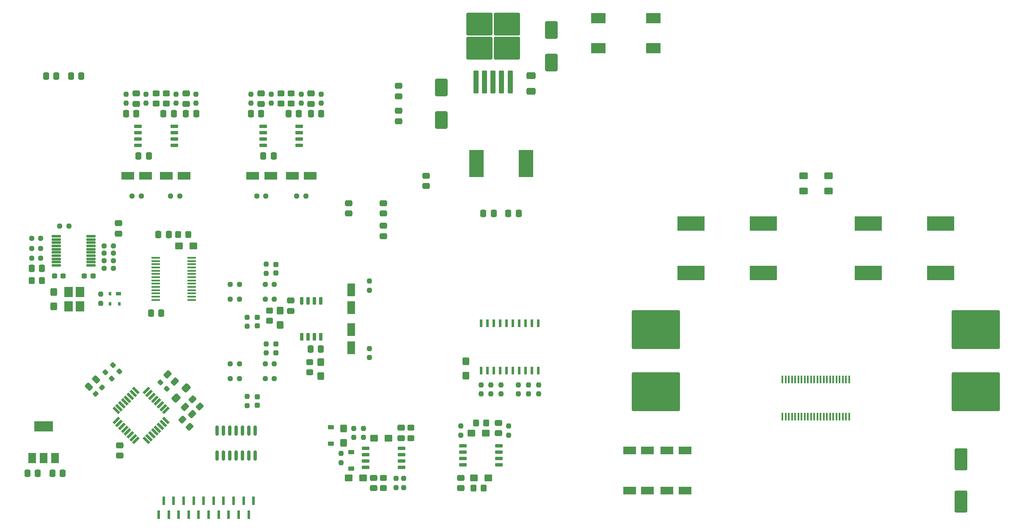
<source format=gbr>
%TF.GenerationSoftware,KiCad,Pcbnew,7.0.5-0*%
%TF.CreationDate,2024-02-04T17:51:19+01:00*%
%TF.ProjectId,AmplifierBoard,416d706c-6966-4696-9572-426f6172642e,rev?*%
%TF.SameCoordinates,Original*%
%TF.FileFunction,Paste,Top*%
%TF.FilePolarity,Positive*%
%FSLAX46Y46*%
G04 Gerber Fmt 4.6, Leading zero omitted, Abs format (unit mm)*
G04 Created by KiCad (PCBNEW 7.0.5-0) date 2024-02-04 17:51:19*
%MOMM*%
%LPD*%
G01*
G04 APERTURE LIST*
G04 Aperture macros list*
%AMRoundRect*
0 Rectangle with rounded corners*
0 $1 Rounding radius*
0 $2 $3 $4 $5 $6 $7 $8 $9 X,Y pos of 4 corners*
0 Add a 4 corners polygon primitive as box body*
4,1,4,$2,$3,$4,$5,$6,$7,$8,$9,$2,$3,0*
0 Add four circle primitives for the rounded corners*
1,1,$1+$1,$2,$3*
1,1,$1+$1,$4,$5*
1,1,$1+$1,$6,$7*
1,1,$1+$1,$8,$9*
0 Add four rect primitives between the rounded corners*
20,1,$1+$1,$2,$3,$4,$5,0*
20,1,$1+$1,$4,$5,$6,$7,0*
20,1,$1+$1,$6,$7,$8,$9,0*
20,1,$1+$1,$8,$9,$2,$3,0*%
%AMRotRect*
0 Rectangle, with rotation*
0 The origin of the aperture is its center*
0 $1 length*
0 $2 width*
0 $3 Rotation angle, in degrees counterclockwise*
0 Add horizontal line*
21,1,$1,$2,0,0,$3*%
G04 Aperture macros list end*
%ADD10RoundRect,0.250000X0.537500X0.425000X-0.537500X0.425000X-0.537500X-0.425000X0.537500X-0.425000X0*%
%ADD11RoundRect,0.250000X0.337500X0.475000X-0.337500X0.475000X-0.337500X-0.475000X0.337500X-0.475000X0*%
%ADD12RoundRect,0.237500X-0.250000X-0.237500X0.250000X-0.237500X0.250000X0.237500X-0.250000X0.237500X0*%
%ADD13R,1.500000X2.000000*%
%ADD14R,3.800000X2.000000*%
%ADD15RoundRect,0.250000X0.548008X0.088388X0.088388X0.548008X-0.548008X-0.088388X-0.088388X-0.548008X0*%
%ADD16RoundRect,0.250000X-0.337500X-0.475000X0.337500X-0.475000X0.337500X0.475000X-0.337500X0.475000X0*%
%ADD17RoundRect,0.250000X0.450000X-0.325000X0.450000X0.325000X-0.450000X0.325000X-0.450000X-0.325000X0*%
%ADD18RoundRect,0.150000X-0.150000X0.825000X-0.150000X-0.825000X0.150000X-0.825000X0.150000X0.825000X0*%
%ADD19RoundRect,0.250000X-0.574524X-0.097227X-0.097227X-0.574524X0.574524X0.097227X0.097227X0.574524X0*%
%ADD20RoundRect,0.150000X0.650000X0.150000X-0.650000X0.150000X-0.650000X-0.150000X0.650000X-0.150000X0*%
%ADD21RoundRect,0.250000X0.325000X0.450000X-0.325000X0.450000X-0.325000X-0.450000X0.325000X-0.450000X0*%
%ADD22RoundRect,0.225000X-0.375000X0.225000X-0.375000X-0.225000X0.375000X-0.225000X0.375000X0.225000X0*%
%ADD23RoundRect,0.250000X-0.475000X0.337500X-0.475000X-0.337500X0.475000X-0.337500X0.475000X0.337500X0*%
%ADD24RoundRect,0.237500X0.300000X0.237500X-0.300000X0.237500X-0.300000X-0.237500X0.300000X-0.237500X0*%
%ADD25RoundRect,0.237500X0.250000X0.237500X-0.250000X0.237500X-0.250000X-0.237500X0.250000X-0.237500X0*%
%ADD26RoundRect,0.237500X-0.237500X0.250000X-0.237500X-0.250000X0.237500X-0.250000X0.237500X0.250000X0*%
%ADD27R,5.400000X2.900000*%
%ADD28RoundRect,0.237500X-0.344715X0.008839X0.008839X-0.344715X0.344715X-0.008839X-0.008839X0.344715X0*%
%ADD29R,3.000000X2.000000*%
%ADD30RoundRect,0.250000X-0.325000X-0.450000X0.325000X-0.450000X0.325000X0.450000X-0.325000X0.450000X0*%
%ADD31RoundRect,0.250000X-1.050000X-0.550000X1.050000X-0.550000X1.050000X0.550000X-1.050000X0.550000X0*%
%ADD32RoundRect,0.250000X-0.450000X0.325000X-0.450000X-0.325000X0.450000X-0.325000X0.450000X0.325000X0*%
%ADD33RoundRect,0.250000X0.475000X-0.337500X0.475000X0.337500X-0.475000X0.337500X-0.475000X-0.337500X0*%
%ADD34RoundRect,0.237500X0.344715X-0.008839X-0.008839X0.344715X-0.344715X0.008839X0.008839X-0.344715X0*%
%ADD35RoundRect,0.237500X-0.237500X0.300000X-0.237500X-0.300000X0.237500X-0.300000X0.237500X0.300000X0*%
%ADD36R,1.000000X0.700000*%
%ADD37R,0.600000X0.700000*%
%ADD38RoundRect,0.250000X0.097227X-0.574524X0.574524X-0.097227X-0.097227X0.574524X-0.574524X0.097227X0*%
%ADD39RoundRect,0.225000X0.375000X-0.225000X0.375000X0.225000X-0.375000X0.225000X-0.375000X-0.225000X0*%
%ADD40R,1.750000X0.450000*%
%ADD41R,1.800000X2.100000*%
%ADD42RoundRect,0.125000X-0.825000X-0.125000X0.825000X-0.125000X0.825000X0.125000X-0.825000X0.125000X0*%
%ADD43RoundRect,0.250000X-0.425000X0.537500X-0.425000X-0.537500X0.425000X-0.537500X0.425000X0.537500X0*%
%ADD44RoundRect,0.237500X0.237500X-0.250000X0.237500X0.250000X-0.237500X0.250000X-0.237500X-0.250000X0*%
%ADD45RoundRect,0.250000X0.425000X-0.537500X0.425000X0.537500X-0.425000X0.537500X-0.425000X-0.537500X0*%
%ADD46RoundRect,0.250000X-0.625000X0.400000X-0.625000X-0.400000X0.625000X-0.400000X0.625000X0.400000X0*%
%ADD47RoundRect,0.250000X-0.079550X-0.680590X0.680590X0.079550X0.079550X0.680590X-0.680590X-0.079550X0*%
%ADD48RoundRect,0.250000X-0.548008X-0.088388X-0.088388X-0.548008X0.548008X0.088388X0.088388X0.548008X0*%
%ADD49RoundRect,0.237500X0.008839X0.344715X-0.344715X-0.008839X-0.008839X-0.344715X0.344715X0.008839X0*%
%ADD50RoundRect,0.250000X-0.537500X-0.425000X0.537500X-0.425000X0.537500X0.425000X-0.537500X0.425000X0*%
%ADD51R,0.600000X1.500000*%
%ADD52RoundRect,0.250000X0.550000X-1.050000X0.550000X1.050000X-0.550000X1.050000X-0.550000X-1.050000X0*%
%ADD53RoundRect,0.249998X-4.550002X3.650002X-4.550002X-3.650002X4.550002X-3.650002X4.550002X3.650002X0*%
%ADD54RoundRect,0.250000X-0.550000X1.050000X-0.550000X-1.050000X0.550000X-1.050000X0.550000X1.050000X0*%
%ADD55RoundRect,0.250000X0.300000X-2.050000X0.300000X2.050000X-0.300000X2.050000X-0.300000X-2.050000X0*%
%ADD56RoundRect,0.250000X2.375000X-2.025000X2.375000X2.025000X-2.375000X2.025000X-2.375000X-2.025000X0*%
%ADD57R,0.600000X1.800000*%
%ADD58RoundRect,0.150000X-0.150000X0.650000X-0.150000X-0.650000X0.150000X-0.650000X0.150000X0.650000X0*%
%ADD59RoundRect,0.250000X-1.000000X1.500000X-1.000000X-1.500000X1.000000X-1.500000X1.000000X1.500000X0*%
%ADD60RoundRect,0.250000X-1.000000X1.950000X-1.000000X-1.950000X1.000000X-1.950000X1.000000X1.950000X0*%
%ADD61R,2.900000X5.400000*%
%ADD62RotRect,1.600000X0.550000X45.000000*%
%ADD63RotRect,1.600000X0.550000X135.000000*%
%ADD64RoundRect,0.250000X-0.650000X0.412500X-0.650000X-0.412500X0.650000X-0.412500X0.650000X0.412500X0*%
%ADD65RoundRect,0.250000X1.000000X-1.500000X1.000000X1.500000X-1.000000X1.500000X-1.000000X-1.500000X0*%
%ADD66RoundRect,0.100000X0.100000X-0.687500X0.100000X0.687500X-0.100000X0.687500X-0.100000X-0.687500X0*%
G04 APERTURE END LIST*
D10*
%TO.C,C83*%
X122437500Y-145000000D03*
X119562500Y-145000000D03*
%TD*%
D11*
%TO.C,C56*%
X113937500Y-119200000D03*
X111862500Y-119200000D03*
%TD*%
D12*
%TO.C,R28*%
X56087500Y-99000000D03*
X57912500Y-99000000D03*
%TD*%
D13*
%TO.C,U10*%
X56162500Y-141000000D03*
X58462500Y-141000000D03*
D14*
X58462500Y-134700000D03*
D13*
X60762500Y-141000000D03*
%TD*%
D15*
%TO.C,L16*%
X89724784Y-130724784D03*
X88275216Y-129275216D03*
%TD*%
D16*
%TO.C,C66*%
X102462500Y-80500000D03*
X104537500Y-80500000D03*
%TD*%
D17*
%TO.C,L12*%
X126500000Y-147025000D03*
X126500000Y-144975000D03*
%TD*%
D18*
%TO.C,U17*%
X100810000Y-135525000D03*
X99540000Y-135525000D03*
X98270000Y-135525000D03*
X97000000Y-135525000D03*
X95730000Y-135525000D03*
X94460000Y-135525000D03*
X93190000Y-135525000D03*
X93190000Y-140475000D03*
X94460000Y-140475000D03*
X95730000Y-140475000D03*
X97000000Y-140475000D03*
X98270000Y-140475000D03*
X99540000Y-140475000D03*
X100810000Y-140475000D03*
%TD*%
D19*
%TO.C,C89*%
X86766377Y-130766377D03*
X88233623Y-132233623D03*
%TD*%
D12*
%TO.C,R26*%
X56087500Y-101000000D03*
X57912500Y-101000000D03*
%TD*%
D20*
%TO.C,U11*%
X109637500Y-78405000D03*
X109637500Y-77135000D03*
X109637500Y-75865000D03*
X109637500Y-74595000D03*
X102437500Y-74595000D03*
X102437500Y-75865000D03*
X102437500Y-77135000D03*
X102437500Y-78405000D03*
%TD*%
D21*
%TO.C,L14*%
X146525000Y-147000000D03*
X144475000Y-147000000D03*
%TD*%
D22*
%TO.C,D3*%
X120000000Y-139850000D03*
X120000000Y-143150000D03*
%TD*%
D23*
%TO.C,C60*%
X119500000Y-89962500D03*
X119500000Y-92037500D03*
%TD*%
D24*
%TO.C,C54*%
X62362500Y-104500000D03*
X60637500Y-104500000D03*
%TD*%
D25*
%TO.C,R9*%
X97637500Y-106200000D03*
X95812500Y-106200000D03*
%TD*%
D26*
%TO.C,R46*%
X120500000Y-135087500D03*
X120500000Y-136912500D03*
%TD*%
D16*
%TO.C,C35*%
X146462500Y-92000000D03*
X148537500Y-92000000D03*
%TD*%
D17*
%TO.C,L8*%
X111700000Y-123825000D03*
X111700000Y-121775000D03*
%TD*%
D27*
%TO.C,L4*%
X238000000Y-103950000D03*
X238000000Y-94050000D03*
%TD*%
D23*
%TO.C,C58*%
X107900000Y-109462500D03*
X107900000Y-111537500D03*
%TD*%
D16*
%TO.C,C44*%
X79962500Y-112000000D03*
X82037500Y-112000000D03*
%TD*%
D28*
%TO.C,R1*%
X72354765Y-122354765D03*
X73645235Y-123645235D03*
%TD*%
D25*
%TO.C,R23*%
X72412500Y-103000000D03*
X70587500Y-103000000D03*
%TD*%
D29*
%TO.C,J1*%
X180500000Y-52900000D03*
X180500000Y-58900000D03*
X169500000Y-58900000D03*
X169500000Y-52900000D03*
%TD*%
D25*
%TO.C,R40*%
X102950000Y-88500000D03*
X101125000Y-88500000D03*
%TD*%
D16*
%TO.C,C55*%
X63962500Y-64500000D03*
X66037500Y-64500000D03*
%TD*%
D30*
%TO.C,L9*%
X56112500Y-105500000D03*
X58162500Y-105500000D03*
%TD*%
D31*
%TO.C,C31*%
X183200000Y-139500000D03*
X186800000Y-139500000D03*
%TD*%
D17*
%TO.C,L13*%
X132000000Y-137000000D03*
X132000000Y-134950000D03*
%TD*%
D25*
%TO.C,R22*%
X72412500Y-101500000D03*
X70587500Y-101500000D03*
%TD*%
D23*
%TO.C,C80*%
X124500000Y-144962500D03*
X124500000Y-147037500D03*
%TD*%
D32*
%TO.C,L7*%
X103700000Y-111475000D03*
X103700000Y-113525000D03*
%TD*%
D23*
%TO.C,C88*%
X73750000Y-138462500D03*
X73750000Y-140537500D03*
%TD*%
D26*
%TO.C,R49*%
X153500000Y-126337500D03*
X153500000Y-128162500D03*
%TD*%
D33*
%TO.C,C85*%
X149500000Y-136037500D03*
X149500000Y-133962500D03*
%TD*%
D26*
%TO.C,R53*%
X151500000Y-134587500D03*
X151500000Y-136412500D03*
%TD*%
D21*
%TO.C,L15*%
X147025000Y-134000000D03*
X144975000Y-134000000D03*
%TD*%
D34*
%TO.C,R56*%
X83145235Y-127145235D03*
X81854765Y-125854765D03*
%TD*%
D25*
%TO.C,R21*%
X72412500Y-100000000D03*
X70587500Y-100000000D03*
%TD*%
D12*
%TO.C,R29*%
X56087500Y-97000000D03*
X57912500Y-97000000D03*
%TD*%
D32*
%TO.C,L10*%
X106000000Y-67975000D03*
X106000000Y-70025000D03*
%TD*%
D16*
%TO.C,C97*%
X58962500Y-64500000D03*
X61037500Y-64500000D03*
%TD*%
D35*
%TO.C,C46*%
X105000000Y-118175000D03*
X105000000Y-119900000D03*
%TD*%
D33*
%TO.C,C81*%
X130000000Y-137012500D03*
X130000000Y-134937500D03*
%TD*%
D36*
%TO.C,U8*%
X73450000Y-108100000D03*
D37*
X71750000Y-108100000D03*
X71750000Y-110100000D03*
X73650000Y-110100000D03*
%TD*%
D23*
%TO.C,C73*%
X77000000Y-67962500D03*
X77000000Y-70037500D03*
%TD*%
D26*
%TO.C,R54*%
X142000000Y-134587500D03*
X142000000Y-136412500D03*
%TD*%
D33*
%TO.C,C38*%
X126500000Y-96537500D03*
X126500000Y-94462500D03*
%TD*%
D25*
%TO.C,R20*%
X104637500Y-125100000D03*
X102812500Y-125100000D03*
%TD*%
D31*
%TO.C,C32*%
X175700000Y-139500000D03*
X179300000Y-139500000D03*
%TD*%
D26*
%TO.C,R48*%
X155500000Y-126337500D03*
X155500000Y-128162500D03*
%TD*%
%TO.C,R43*%
X130500000Y-145087500D03*
X130500000Y-146912500D03*
%TD*%
D38*
%TO.C,C91*%
X67500000Y-126733623D03*
X68967246Y-125266377D03*
%TD*%
D16*
%TO.C,C68*%
X77462500Y-80500000D03*
X79537500Y-80500000D03*
%TD*%
D39*
%TO.C,D2*%
X116000000Y-138150000D03*
X116000000Y-134850000D03*
%TD*%
D40*
%TO.C,U5*%
X80900000Y-100875000D03*
X80900000Y-101525000D03*
X80900000Y-102175000D03*
X80900000Y-102825000D03*
X80900000Y-103475000D03*
X80900000Y-104125000D03*
X80900000Y-104775000D03*
X80900000Y-105425000D03*
X80900000Y-106075000D03*
X80900000Y-106725000D03*
X80900000Y-107375000D03*
X80900000Y-108025000D03*
X80900000Y-108675000D03*
X80900000Y-109325000D03*
X88100000Y-109325000D03*
X88100000Y-108675000D03*
X88100000Y-108025000D03*
X88100000Y-107375000D03*
X88100000Y-106725000D03*
X88100000Y-106075000D03*
X88100000Y-105425000D03*
X88100000Y-104775000D03*
X88100000Y-104125000D03*
X88100000Y-103475000D03*
X88100000Y-102825000D03*
X88100000Y-102175000D03*
X88100000Y-101525000D03*
X88100000Y-100875000D03*
%TD*%
D35*
%TO.C,C43*%
X105000000Y-102237500D03*
X105000000Y-103962500D03*
%TD*%
D11*
%TO.C,C49*%
X83537500Y-96200000D03*
X81462500Y-96200000D03*
%TD*%
D21*
%TO.C,L6*%
X87450000Y-96200000D03*
X85400000Y-96200000D03*
%TD*%
D41*
%TO.C,Y1*%
X65750000Y-110650000D03*
X65750000Y-107750000D03*
X63450000Y-107750000D03*
X63450000Y-110650000D03*
%TD*%
D25*
%TO.C,R39*%
X85712500Y-88500000D03*
X83887500Y-88500000D03*
%TD*%
D42*
%TO.C,U6*%
X61000000Y-96575000D03*
X61000000Y-97225000D03*
X61000000Y-97875000D03*
X61000000Y-98525000D03*
X61000000Y-99175000D03*
X61000000Y-99825000D03*
X61000000Y-100475000D03*
X61000000Y-101125000D03*
X61000000Y-101775000D03*
X61000000Y-102425000D03*
X68000000Y-102425000D03*
X68000000Y-101775000D03*
X68000000Y-101125000D03*
X68000000Y-100475000D03*
X68000000Y-99825000D03*
X68000000Y-99175000D03*
X68000000Y-98525000D03*
X68000000Y-97875000D03*
X68000000Y-97225000D03*
X68000000Y-96575000D03*
%TD*%
D43*
%TO.C,C76*%
X143000000Y-121662500D03*
X143000000Y-124537500D03*
%TD*%
D23*
%TO.C,C84*%
X142000000Y-144962500D03*
X142000000Y-147037500D03*
%TD*%
D44*
%TO.C,R31*%
X110000000Y-69912500D03*
X110000000Y-68087500D03*
%TD*%
D45*
%TO.C,C59*%
X105800000Y-114337500D03*
X105800000Y-111462500D03*
%TD*%
D26*
%TO.C,R34*%
X89000000Y-68087500D03*
X89000000Y-69912500D03*
%TD*%
D43*
%TO.C,C57*%
X113900000Y-121762500D03*
X113900000Y-124637500D03*
%TD*%
D26*
%TO.C,R45*%
X122500000Y-135087500D03*
X122500000Y-136912500D03*
%TD*%
D46*
%TO.C,R5*%
X215500000Y-84450000D03*
X215500000Y-87550000D03*
%TD*%
D47*
%TO.C,C90*%
X84983534Y-129016466D03*
X87016466Y-126983534D03*
%TD*%
D48*
%TO.C,L18*%
X86275216Y-133275216D03*
X87724784Y-134724784D03*
%TD*%
D31*
%TO.C,C75*%
X75287500Y-84500000D03*
X78887500Y-84500000D03*
%TD*%
D44*
%TO.C,R35*%
X85000000Y-69912500D03*
X85000000Y-68087500D03*
%TD*%
D49*
%TO.C,R55*%
X70145235Y-126854765D03*
X68854765Y-128145235D03*
%TD*%
D11*
%TO.C,C63*%
X57300000Y-144100000D03*
X55225000Y-144100000D03*
%TD*%
D50*
%TO.C,C86*%
X144062500Y-136000000D03*
X146937500Y-136000000D03*
%TD*%
D51*
%TO.C,U12*%
X157435000Y-114000000D03*
X156165000Y-114000000D03*
X154895000Y-114000000D03*
X153625000Y-114000000D03*
X152355000Y-114000000D03*
X151085000Y-114000000D03*
X149815000Y-114000000D03*
X148545000Y-114000000D03*
X147275000Y-114000000D03*
X146005000Y-114000000D03*
X146005000Y-123500000D03*
X147275000Y-123500000D03*
X148545000Y-123500000D03*
X149815000Y-123500000D03*
X151085000Y-123500000D03*
X152355000Y-123500000D03*
X153625000Y-123500000D03*
X154895000Y-123500000D03*
X156165000Y-123500000D03*
X157435000Y-123500000D03*
%TD*%
D26*
%TO.C,R30*%
X114000000Y-68087500D03*
X114000000Y-69912500D03*
%TD*%
D52*
%TO.C,C99*%
X120000000Y-110887500D03*
X120000000Y-107287500D03*
%TD*%
D46*
%TO.C,R4*%
X210500000Y-84450000D03*
X210500000Y-87550000D03*
%TD*%
D26*
%TO.C,R17*%
X103000000Y-118125000D03*
X103000000Y-119950000D03*
%TD*%
%TO.C,R52*%
X146000000Y-126337500D03*
X146000000Y-128162500D03*
%TD*%
D27*
%TO.C,L2*%
X202500000Y-103950000D03*
X202500000Y-94050000D03*
%TD*%
D26*
%TO.C,R13*%
X99225000Y-112787500D03*
X99225000Y-114612500D03*
%TD*%
D24*
%TO.C,C53*%
X68362500Y-104500000D03*
X66637500Y-104500000D03*
%TD*%
D35*
%TO.C,C42*%
X101225000Y-112837500D03*
X101225000Y-114562500D03*
%TD*%
D50*
%TO.C,C87*%
X144562500Y-145000000D03*
X147437500Y-145000000D03*
%TD*%
%TO.C,C48*%
X85562500Y-98500000D03*
X88437500Y-98500000D03*
%TD*%
D44*
%TO.C,R57*%
X123700000Y-107412500D03*
X123700000Y-105587500D03*
%TD*%
D25*
%TO.C,R11*%
X104637500Y-106190000D03*
X102812500Y-106190000D03*
%TD*%
D26*
%TO.C,R51*%
X148000000Y-126337500D03*
X148000000Y-128162500D03*
%TD*%
D25*
%TO.C,R19*%
X104637500Y-122100000D03*
X102812500Y-122100000D03*
%TD*%
D26*
%TO.C,R36*%
X75000000Y-68087500D03*
X75000000Y-69912500D03*
%TD*%
D16*
%TO.C,C96*%
X74962500Y-72000000D03*
X77037500Y-72000000D03*
%TD*%
D26*
%TO.C,R58*%
X123700000Y-119087500D03*
X123700000Y-120912500D03*
%TD*%
D43*
%TO.C,C51*%
X60500000Y-107762500D03*
X60500000Y-110637500D03*
%TD*%
D25*
%TO.C,R27*%
X63550000Y-94500000D03*
X61725000Y-94500000D03*
%TD*%
D53*
%TO.C,C6*%
X245000000Y-115250000D03*
X245000000Y-127750000D03*
%TD*%
D33*
%TO.C,C77*%
X129500000Y-73537500D03*
X129500000Y-71462500D03*
%TD*%
D54*
%TO.C,C100*%
X120000000Y-115287500D03*
X120000000Y-118887500D03*
%TD*%
D55*
%TO.C,U4*%
X145030000Y-65650000D03*
X146730000Y-65650000D03*
X148430000Y-65650000D03*
D56*
X145655000Y-58925000D03*
X151205000Y-58925000D03*
X145655000Y-54075000D03*
X151205000Y-54075000D03*
D55*
X150130000Y-65650000D03*
X151830000Y-65650000D03*
%TD*%
D31*
%TO.C,C34*%
X183200000Y-147500000D03*
X186800000Y-147500000D03*
%TD*%
D25*
%TO.C,R16*%
X97637500Y-125110000D03*
X95812500Y-125110000D03*
%TD*%
D33*
%TO.C,C52*%
X73500000Y-96037500D03*
X73500000Y-93962500D03*
%TD*%
D57*
%TO.C,J7*%
X81500000Y-152400000D03*
X82500000Y-149600000D03*
X83500000Y-152400000D03*
X84500000Y-149600000D03*
X85500000Y-152400000D03*
X86500000Y-149600000D03*
X87500000Y-152400000D03*
X88500000Y-149600000D03*
X89500000Y-152400000D03*
X90500000Y-149600000D03*
X91500000Y-152400000D03*
X92500000Y-149600000D03*
X93500000Y-152400000D03*
X94500000Y-149600000D03*
X95500000Y-152400000D03*
X96500000Y-149600000D03*
X97500000Y-152400000D03*
X98500000Y-149600000D03*
X99500000Y-152400000D03*
X100500000Y-149600000D03*
%TD*%
D25*
%TO.C,R41*%
X110950000Y-88500000D03*
X109125000Y-88500000D03*
%TD*%
D35*
%TO.C,C47*%
X101200000Y-128737500D03*
X101200000Y-130462500D03*
%TD*%
D17*
%TO.C,L11*%
X108000000Y-70025000D03*
X108000000Y-67975000D03*
%TD*%
D31*
%TO.C,C71*%
X100325000Y-84500000D03*
X103925000Y-84500000D03*
%TD*%
D11*
%TO.C,C36*%
X153537500Y-92000000D03*
X151462500Y-92000000D03*
%TD*%
%TO.C,C62*%
X62300000Y-144100000D03*
X60225000Y-144100000D03*
%TD*%
D32*
%TO.C,L21*%
X81000000Y-67975000D03*
X81000000Y-70025000D03*
%TD*%
D16*
%TO.C,C94*%
X99962500Y-72000000D03*
X102037500Y-72000000D03*
%TD*%
D26*
%TO.C,R32*%
X100000000Y-68087500D03*
X100000000Y-69912500D03*
%TD*%
D20*
%TO.C,U13*%
X84600000Y-78405000D03*
X84600000Y-77135000D03*
X84600000Y-75865000D03*
X84600000Y-74595000D03*
X77400000Y-74595000D03*
X77400000Y-75865000D03*
X77400000Y-77135000D03*
X77400000Y-78405000D03*
%TD*%
D58*
%TO.C,U7*%
X113905000Y-109487500D03*
X112635000Y-109487500D03*
X111365000Y-109487500D03*
X110095000Y-109487500D03*
X110095000Y-116687500D03*
X111365000Y-116687500D03*
X112635000Y-116687500D03*
X113905000Y-116687500D03*
%TD*%
D26*
%TO.C,R14*%
X103000000Y-102187500D03*
X103000000Y-104012500D03*
%TD*%
D28*
%TO.C,R2*%
X70854765Y-123854765D03*
X72145235Y-125145235D03*
%TD*%
D11*
%TO.C,C67*%
X109537500Y-72000000D03*
X107462500Y-72000000D03*
%TD*%
%TO.C,C95*%
X89037500Y-72000000D03*
X86962500Y-72000000D03*
%TD*%
D26*
%TO.C,R50*%
X150000000Y-126337500D03*
X150000000Y-128162500D03*
%TD*%
D59*
%TO.C,C39*%
X138050000Y-66750000D03*
X138050000Y-73250000D03*
%TD*%
D44*
%TO.C,R44*%
X118000000Y-141912500D03*
X118000000Y-140087500D03*
%TD*%
D25*
%TO.C,R24*%
X72412500Y-98500000D03*
X70587500Y-98500000D03*
%TD*%
D23*
%TO.C,C64*%
X112000000Y-67962500D03*
X112000000Y-70037500D03*
%TD*%
%TO.C,C70*%
X102000000Y-67962500D03*
X102000000Y-70037500D03*
%TD*%
%TO.C,C78*%
X129500000Y-66462500D03*
X129500000Y-68537500D03*
%TD*%
D60*
%TO.C,C11*%
X242000000Y-141300000D03*
X242000000Y-149700000D03*
%TD*%
D31*
%TO.C,C33*%
X175700000Y-147500000D03*
X179300000Y-147500000D03*
%TD*%
%TO.C,C65*%
X108237500Y-84500000D03*
X111837500Y-84500000D03*
%TD*%
D61*
%TO.C,L5*%
X145100000Y-82000000D03*
X155000000Y-82000000D03*
%TD*%
D23*
%TO.C,C72*%
X87000000Y-67962500D03*
X87000000Y-70037500D03*
%TD*%
D31*
%TO.C,C74*%
X83000000Y-84500000D03*
X86600000Y-84500000D03*
%TD*%
D44*
%TO.C,R42*%
X129000000Y-146912500D03*
X129000000Y-145087500D03*
%TD*%
D25*
%TO.C,R15*%
X97637500Y-122100000D03*
X95812500Y-122100000D03*
%TD*%
D53*
%TO.C,C3*%
X181000000Y-115250000D03*
X181000000Y-127750000D03*
%TD*%
D44*
%TO.C,R33*%
X104000000Y-69912500D03*
X104000000Y-68087500D03*
%TD*%
D50*
%TO.C,C82*%
X124625000Y-137000000D03*
X127500000Y-137000000D03*
%TD*%
D25*
%TO.C,R12*%
X104637500Y-109200000D03*
X102812500Y-109200000D03*
%TD*%
D62*
%TO.C,U18*%
X73014897Y-133525305D03*
X73580583Y-134090990D03*
X74146268Y-134656676D03*
X74711953Y-135222361D03*
X75277639Y-135788047D03*
X75843324Y-136353732D03*
X76409010Y-136919417D03*
X76974695Y-137485103D03*
D63*
X79025305Y-137485103D03*
X79590990Y-136919417D03*
X80156676Y-136353732D03*
X80722361Y-135788047D03*
X81288047Y-135222361D03*
X81853732Y-134656676D03*
X82419417Y-134090990D03*
X82985103Y-133525305D03*
D62*
X82985103Y-131474695D03*
X82419417Y-130909010D03*
X81853732Y-130343324D03*
X81288047Y-129777639D03*
X80722361Y-129211953D03*
X80156676Y-128646268D03*
X79590990Y-128080583D03*
X79025305Y-127514897D03*
D63*
X76974695Y-127514897D03*
X76409010Y-128080583D03*
X75843324Y-128646268D03*
X75277639Y-129211953D03*
X74711953Y-129777639D03*
X74146268Y-130343324D03*
X73580583Y-130909010D03*
X73014897Y-131474695D03*
%TD*%
D27*
%TO.C,L1*%
X188000000Y-103950000D03*
X188000000Y-94050000D03*
%TD*%
D26*
%TO.C,R18*%
X99200000Y-128687500D03*
X99200000Y-130512500D03*
%TD*%
%TO.C,R47*%
X157500000Y-126337500D03*
X157500000Y-128162500D03*
%TD*%
D44*
%TO.C,R25*%
X69900000Y-110012500D03*
X69900000Y-108187500D03*
%TD*%
D11*
%TO.C,C50*%
X58175000Y-103000000D03*
X56100000Y-103000000D03*
%TD*%
%TO.C,C69*%
X84537500Y-72000000D03*
X82462500Y-72000000D03*
%TD*%
D64*
%TO.C,C40*%
X156050000Y-64437500D03*
X156050000Y-67562500D03*
%TD*%
D27*
%TO.C,L3*%
X223500000Y-103950000D03*
X223500000Y-94050000D03*
%TD*%
D20*
%TO.C,U15*%
X149600000Y-142405000D03*
X149600000Y-141135000D03*
X149600000Y-139865000D03*
X149600000Y-138595000D03*
X142400000Y-138595000D03*
X142400000Y-139865000D03*
X142400000Y-141135000D03*
X142400000Y-142405000D03*
%TD*%
D44*
%TO.C,R37*%
X79000000Y-69912500D03*
X79000000Y-68087500D03*
%TD*%
D17*
%TO.C,L20*%
X83000000Y-70025000D03*
X83000000Y-67975000D03*
%TD*%
D65*
%TO.C,C98*%
X160050000Y-61750000D03*
X160050000Y-55250000D03*
%TD*%
D66*
%TO.C,U1*%
X206332500Y-132712500D03*
X206967500Y-132712500D03*
X207602500Y-132712500D03*
X208237500Y-132712500D03*
X208872500Y-132712500D03*
X209507500Y-132712500D03*
X210142500Y-132712500D03*
X210777500Y-132712500D03*
X211412500Y-132712500D03*
X212047500Y-132712500D03*
X212682500Y-132712500D03*
X213317500Y-132712500D03*
X213952500Y-132712500D03*
X214587500Y-132712500D03*
X215222500Y-132712500D03*
X215857500Y-132712500D03*
X216492500Y-132712500D03*
X217127500Y-132712500D03*
X217762500Y-132712500D03*
X218397500Y-132712500D03*
X219032500Y-132712500D03*
X219667500Y-132712500D03*
X219667500Y-125287500D03*
X219032500Y-125287500D03*
X218397500Y-125287500D03*
X217762500Y-125287500D03*
X217127500Y-125287500D03*
X216492500Y-125287500D03*
X215857500Y-125287500D03*
X215222500Y-125287500D03*
X214587500Y-125287500D03*
X213952500Y-125287500D03*
X213317500Y-125287500D03*
X212682500Y-125287500D03*
X212047500Y-125287500D03*
X211412500Y-125287500D03*
X210777500Y-125287500D03*
X210142500Y-125287500D03*
X209507500Y-125287500D03*
X208872500Y-125287500D03*
X208237500Y-125287500D03*
X207602500Y-125287500D03*
X206967500Y-125287500D03*
X206332500Y-125287500D03*
%TD*%
D11*
%TO.C,C93*%
X114037500Y-72000000D03*
X111962500Y-72000000D03*
%TD*%
D45*
%TO.C,C79*%
X118500000Y-137937500D03*
X118500000Y-135062500D03*
%TD*%
D25*
%TO.C,R38*%
X78000000Y-88500000D03*
X76175000Y-88500000D03*
%TD*%
D23*
%TO.C,C61*%
X126500000Y-89962500D03*
X126500000Y-92037500D03*
%TD*%
D25*
%TO.C,R10*%
X97637500Y-109200000D03*
X95812500Y-109200000D03*
%TD*%
D19*
%TO.C,C92*%
X83266377Y-124266377D03*
X84733623Y-125733623D03*
%TD*%
D20*
%TO.C,U16*%
X130100000Y-142905000D03*
X130100000Y-141635000D03*
X130100000Y-140365000D03*
X130100000Y-139095000D03*
X122900000Y-139095000D03*
X122900000Y-140365000D03*
X122900000Y-141635000D03*
X122900000Y-142905000D03*
%TD*%
D33*
%TO.C,C37*%
X135000000Y-86537500D03*
X135000000Y-84462500D03*
%TD*%
M02*

</source>
